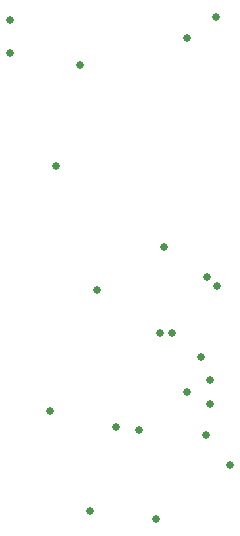
<source format=gbr>
G04 EAGLE Gerber RS-274X export*
G75*
%MOMM*%
%FSLAX34Y34*%
%LPD*%
%INCopper Layer 15*%
%IPPOS*%
%AMOC8*
5,1,8,0,0,1.08239X$1,22.5*%
G01*
%ADD10C,0.650000*%


D10*
X85000Y157500D03*
X-90000Y155000D03*
X60000Y140000D03*
X-56000Y-176000D03*
X-16250Y-73750D03*
X-51000Y31000D03*
X-22000Y-261000D03*
X97000Y-222000D03*
X34000Y-268000D03*
X41000Y-37000D03*
X-90000Y127000D03*
X-30000Y117000D03*
X80000Y-170000D03*
X80000Y-150000D03*
X60000Y-160000D03*
X0Y-190000D03*
X72500Y-130500D03*
X19500Y-192000D03*
X76500Y-196500D03*
X86000Y-70000D03*
X47500Y-110000D03*
X37500Y-110500D03*
X77500Y-62500D03*
M02*

</source>
